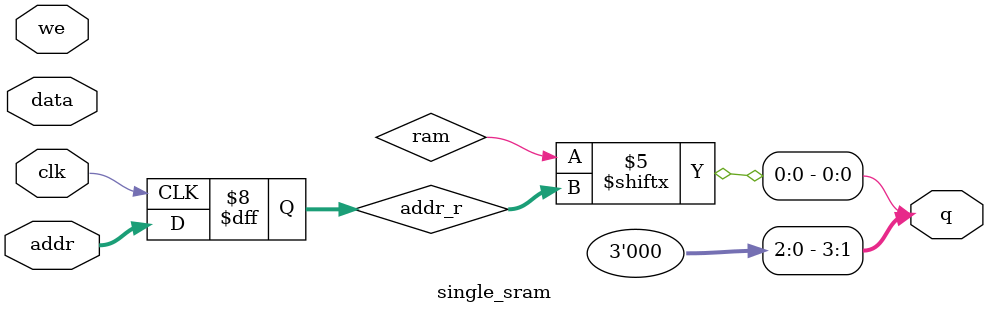
<source format=v>

module single_sram #(
  parameter DATA_WIDTH=4,          //width of data bus
  parameter ADDR_WIDTH=4           //width of addresses buses
)(
  input  [(DATA_WIDTH-1):0] data,  //data to be written
  input  [(ADDR_WIDTH-1):0] addr,  //address for write/read operation
  input                     we,    //write enable signal
  input                     clk,   //clock signal
  output [(DATA_WIDTH-1):0] q);

  reg [DATA_WIDTH-1:0] mem [2**ADDR_WIDTH-1:0];
  reg [ADDR_WIDTH-1:0] addr_r;

always @(posedge clk) begin //WRITE

if (we)
ram[addr] <= data;

addr_r <= addr;

end

assign q = ram[addr_r]; //READ

endmodule

</source>
